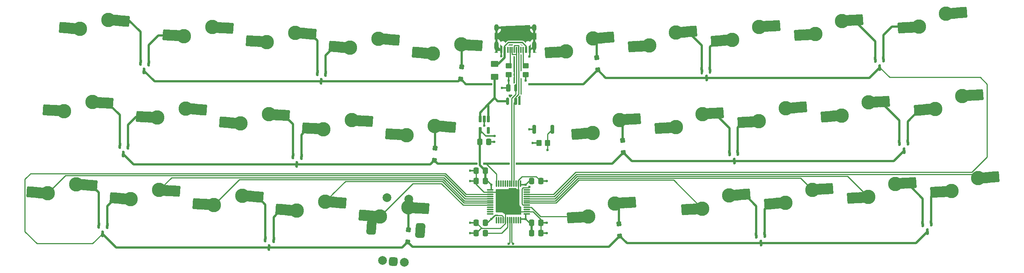
<source format=gbr>
%TF.GenerationSoftware,KiCad,Pcbnew,8.0.3*%
%TF.CreationDate,2024-09-04T22:14:47+02:00*%
%TF.ProjectId,peanut,7065616e-7574-42e6-9b69-6361645f7063,rev?*%
%TF.SameCoordinates,Original*%
%TF.FileFunction,Copper,L2,Bot*%
%TF.FilePolarity,Positive*%
%FSLAX46Y46*%
G04 Gerber Fmt 4.6, Leading zero omitted, Abs format (unit mm)*
G04 Created by KiCad (PCBNEW 8.0.3) date 2024-09-04 22:14:47*
%MOMM*%
%LPD*%
G01*
G04 APERTURE LIST*
G04 Aperture macros list*
%AMRoundRect*
0 Rectangle with rounded corners*
0 $1 Rounding radius*
0 $2 $3 $4 $5 $6 $7 $8 $9 X,Y pos of 4 corners*
0 Add a 4 corners polygon primitive as box body*
4,1,4,$2,$3,$4,$5,$6,$7,$8,$9,$2,$3,0*
0 Add four circle primitives for the rounded corners*
1,1,$1+$1,$2,$3*
1,1,$1+$1,$4,$5*
1,1,$1+$1,$6,$7*
1,1,$1+$1,$8,$9*
0 Add four rect primitives between the rounded corners*
20,1,$1+$1,$2,$3,$4,$5,0*
20,1,$1+$1,$4,$5,$6,$7,0*
20,1,$1+$1,$6,$7,$8,$9,0*
20,1,$1+$1,$8,$9,$2,$3,0*%
%AMRotRect*
0 Rectangle, with rotation*
0 The origin of the aperture is its center*
0 $1 length*
0 $2 width*
0 $3 Rotation angle, in degrees counterclockwise*
0 Add horizontal line*
21,1,$1,$2,0,0,$3*%
G04 Aperture macros list end*
%TA.AperFunction,ComponentPad*%
%ADD10C,2.000000*%
%TD*%
%TA.AperFunction,ComponentPad*%
%ADD11RoundRect,0.500000X0.463904X-0.533660X0.533660X0.463904X-0.463904X0.533660X-0.533660X-0.463904X0*%
%TD*%
%TA.AperFunction,ComponentPad*%
%ADD12RoundRect,0.550000X0.468440X-1.185565X0.628880X1.108833X-0.468440X1.185565X-0.628880X-1.108833X0*%
%TD*%
%TA.AperFunction,ComponentPad*%
%ADD13C,3.300000*%
%TD*%
%TA.AperFunction,SMDPad,CuDef*%
%ADD14RotRect,1.650000X2.500000X4.000000*%
%TD*%
%TA.AperFunction,SMDPad,CuDef*%
%ADD15RoundRect,0.250000X0.952747X1.069064X-1.092260X0.926064X-0.952747X-1.069064X1.092260X-0.926064X0*%
%TD*%
%TA.AperFunction,SMDPad,CuDef*%
%ADD16RotRect,1.650000X2.500000X184.000000*%
%TD*%
%TA.AperFunction,SMDPad,CuDef*%
%ADD17RotRect,1.650000X2.500000X356.000000*%
%TD*%
%TA.AperFunction,SMDPad,CuDef*%
%ADD18RoundRect,0.250000X1.092260X0.926064X-0.952747X1.069064X-1.092260X-0.926064X0.952747X-1.069064X0*%
%TD*%
%TA.AperFunction,SMDPad,CuDef*%
%ADD19RotRect,1.650000X2.500000X176.000000*%
%TD*%
%TA.AperFunction,SMDPad,CuDef*%
%ADD20RoundRect,0.250000X0.320196X-0.278342X0.278342X0.320196X-0.320196X0.278342X-0.278342X-0.320196X0*%
%TD*%
%TA.AperFunction,SMDPad,CuDef*%
%ADD21RoundRect,0.150000X-0.108653X0.596532X-0.190617X-0.575605X0.108653X-0.596532X0.190617X0.575605X0*%
%TD*%
%TA.AperFunction,SMDPad,CuDef*%
%ADD22RoundRect,0.250000X0.337500X0.475000X-0.337500X0.475000X-0.337500X-0.475000X0.337500X-0.475000X0*%
%TD*%
%TA.AperFunction,SMDPad,CuDef*%
%ADD23RoundRect,0.150000X-0.190617X0.575605X-0.108653X-0.596532X0.190617X-0.575605X0.108653X0.596532X0*%
%TD*%
%TA.AperFunction,SMDPad,CuDef*%
%ADD24RoundRect,0.250000X0.278342X-0.320196X0.320196X0.278342X-0.278342X0.320196X-0.320196X-0.278342X0*%
%TD*%
%TA.AperFunction,SMDPad,CuDef*%
%ADD25R,0.600000X1.450000*%
%TD*%
%TA.AperFunction,SMDPad,CuDef*%
%ADD26R,0.300000X1.450000*%
%TD*%
%TA.AperFunction,ComponentPad*%
%ADD27O,1.000000X1.600000*%
%TD*%
%TA.AperFunction,ComponentPad*%
%ADD28O,1.000000X2.100000*%
%TD*%
%TA.AperFunction,SMDPad,CuDef*%
%ADD29RoundRect,0.250000X-0.250000X0.600000X-0.250000X-0.600000X0.250000X-0.600000X0.250000X0.600000X0*%
%TD*%
%TA.AperFunction,SMDPad,CuDef*%
%ADD30RoundRect,0.150000X-0.150000X0.700000X-0.150000X-0.700000X0.150000X-0.700000X0.150000X0.700000X0*%
%TD*%
%TA.AperFunction,SMDPad,CuDef*%
%ADD31RoundRect,0.200000X-0.200000X-0.800000X0.200000X-0.800000X0.200000X0.800000X-0.200000X0.800000X0*%
%TD*%
%TA.AperFunction,SMDPad,CuDef*%
%ADD32RoundRect,0.075000X0.075000X-0.662500X0.075000X0.662500X-0.075000X0.662500X-0.075000X-0.662500X0*%
%TD*%
%TA.AperFunction,SMDPad,CuDef*%
%ADD33RoundRect,0.075000X0.662500X-0.075000X0.662500X0.075000X-0.662500X0.075000X-0.662500X-0.075000X0*%
%TD*%
%TA.AperFunction,SMDPad,CuDef*%
%ADD34RoundRect,0.250000X-0.337500X-0.475000X0.337500X-0.475000X0.337500X0.475000X-0.337500X0.475000X0*%
%TD*%
%TA.AperFunction,SMDPad,CuDef*%
%ADD35RoundRect,0.250000X-0.450000X0.350000X-0.450000X-0.350000X0.450000X-0.350000X0.450000X0.350000X0*%
%TD*%
%TA.AperFunction,SMDPad,CuDef*%
%ADD36RoundRect,0.250000X-0.350000X-0.450000X0.350000X-0.450000X0.350000X0.450000X-0.350000X0.450000X0*%
%TD*%
%TA.AperFunction,SMDPad,CuDef*%
%ADD37RoundRect,0.162500X-0.162500X0.617500X-0.162500X-0.617500X0.162500X-0.617500X0.162500X0.617500X0*%
%TD*%
%TA.AperFunction,SMDPad,CuDef*%
%ADD38RoundRect,0.250001X-0.624999X0.462499X-0.624999X-0.462499X0.624999X-0.462499X0.624999X0.462499X0*%
%TD*%
%TA.AperFunction,ViaPad*%
%ADD39C,0.600000*%
%TD*%
%TA.AperFunction,Conductor*%
%ADD40C,0.500000*%
%TD*%
%TA.AperFunction,Conductor*%
%ADD41C,0.250000*%
%TD*%
%TA.AperFunction,Conductor*%
%ADD42C,0.350000*%
%TD*%
G04 APERTURE END LIST*
D10*
%TO.P,SW1,A,A*%
%TO.N,ROT_a*%
X125141422Y-98389663D03*
%TO.P,SW1,B,B*%
%TO.N,ROT_b*%
X130129243Y-98738444D03*
D11*
%TO.P,SW1,C,C*%
%TO.N,GND*%
X127635333Y-98564053D03*
D12*
%TO.P,SW1,MP*%
%TO.N,N/C*%
X122572147Y-90691686D03*
X133744865Y-91472960D03*
D10*
%TO.P,SW1,S1,S1*%
%TO.N,s1*%
X131140712Y-84273765D03*
%TO.P,SW1,S2,S2*%
%TO.N,COL4*%
X126152892Y-83924984D03*
%TD*%
D13*
%TO.P,MX19,1,1*%
%TO.N,COL8*%
X230261568Y-65127061D03*
D14*
X228441010Y-65254368D03*
D15*
X226720212Y-65374697D03*
%TO.P,MX19,2,2*%
%TO.N,Net-(D13-A1)*%
X239960267Y-61902660D03*
D16*
X238214530Y-62024734D03*
D13*
X236418915Y-62150295D03*
%TD*%
%TO.P,MX14,1,1*%
%TO.N,Net-(D4-A2)*%
X111611133Y-68282496D03*
D17*
X109790579Y-68155192D03*
D18*
X108069781Y-68034861D03*
%TO.P,MX14,2,2*%
%TO.N,COL3*%
X121664199Y-66439275D03*
D19*
X119918462Y-66317199D03*
D13*
X118122847Y-66191638D03*
%TD*%
D20*
%TO.P,D6,1,K*%
%TO.N,ROW0*%
X174392944Y-54702972D03*
%TO.P,D6,2,A*%
%TO.N,Net-(D6-A)*%
X174197628Y-51909792D03*
%TD*%
D13*
%TO.P,MX29,1,1*%
%TO.N,COL8*%
X236341432Y-83798443D03*
D14*
X234520874Y-83925750D03*
D15*
X232800076Y-84046079D03*
%TO.P,MX29,2,2*%
%TO.N,Net-(D12-A1)*%
X246040131Y-80574042D03*
D16*
X244294394Y-80696116D03*
D13*
X242498779Y-80821677D03*
%TD*%
D21*
%TO.P,D4,1,A1*%
%TO.N,Net-(D4-A1)*%
X104686461Y-74404765D03*
%TO.P,D4,2,A2*%
%TO.N,Net-(D4-A2)*%
X106581833Y-74537302D03*
%TO.P,D4,3,K*%
%TO.N,ROW1*%
X105503353Y-76341466D03*
%TD*%
D22*
%TO.P,C5,1*%
%TO.N,+3.3V*%
X148675000Y-89693750D03*
%TO.P,C5,2*%
%TO.N,GND*%
X146600000Y-89693750D03*
%TD*%
D13*
%TO.P,MX11,1,1*%
%TO.N,COL0*%
X52224898Y-64129807D03*
D17*
X50404344Y-64002502D03*
D18*
X48683546Y-63882172D03*
%TO.P,MX11,2,2*%
%TO.N,Net-(D3-A1)*%
X62277964Y-62286584D03*
D19*
X60532227Y-62164510D03*
D13*
X58736612Y-62038948D03*
%TD*%
D22*
%TO.P,C1,1*%
%TO.N,+3.3V*%
X148675000Y-80168750D03*
%TO.P,C1,2*%
%TO.N,GND*%
X146600000Y-80168750D03*
%TD*%
D13*
%TO.P,MX5,1,1*%
%TO.N,COL4*%
X136694487Y-50939977D03*
D17*
X134873933Y-50812673D03*
D18*
X133153135Y-50692342D03*
%TO.P,MX5,2,2*%
%TO.N,Net-(D5-A)*%
X146747553Y-49096756D03*
D19*
X145001816Y-48974680D03*
D13*
X143206201Y-48849119D03*
%TD*%
%TO.P,MX1,1,1*%
%TO.N,COL0*%
X55929208Y-45292319D03*
D17*
X54108654Y-45165014D03*
D18*
X52387856Y-45044684D03*
%TO.P,MX1,2,2*%
%TO.N,Net-(D1-A1)*%
X65982274Y-43449096D03*
D19*
X64236537Y-43327022D03*
D13*
X62440922Y-43201460D03*
%TD*%
D20*
%TO.P,D16,1,K*%
%TO.N,ROW1*%
X180278908Y-73627840D03*
%TO.P,D16,2,A*%
%TO.N,Net-(D16-A)*%
X180083592Y-70834660D03*
%TD*%
D23*
%TO.P,D13,1,A1*%
%TO.N,Net-(D13-A1)*%
X243461917Y-71362302D03*
%TO.P,D13,2,A2*%
%TO.N,Net-(D13-A2)*%
X245357289Y-71229765D03*
%TO.P,D13,3,K*%
%TO.N,ROW1*%
X244540397Y-73166466D03*
%TD*%
%TO.P,D9,1,A1*%
%TO.N,Net-(D9-A1)*%
X198218167Y-54693552D03*
%TO.P,D9,2,A2*%
%TO.N,Net-(D9-A2)*%
X200113539Y-54561015D03*
%TO.P,D9,3,K*%
%TO.N,ROW0*%
X199296647Y-56497716D03*
%TD*%
D21*
%TO.P,D2,1,A1*%
%TO.N,Net-(D2-A1)*%
X110242711Y-55354765D03*
%TO.P,D2,2,A2*%
%TO.N,Net-(D2-A2)*%
X112138083Y-55487302D03*
%TO.P,D2,3,K*%
%TO.N,ROW0*%
X111059603Y-57291466D03*
%TD*%
D24*
%TO.P,D5,1,K*%
%TO.N,ROW0*%
X143053585Y-56774303D03*
%TO.P,D5,2,A*%
%TO.N,Net-(D5-A)*%
X143248903Y-53981123D03*
%TD*%
D13*
%TO.P,MX23,1,1*%
%TO.N,COL2*%
X86527778Y-85625015D03*
D17*
X84707224Y-85497711D03*
D18*
X82986426Y-85377380D03*
%TO.P,MX23,2,2*%
%TO.N,Net-(D8-A1)*%
X96580844Y-83781794D03*
D19*
X94835107Y-83659718D03*
D13*
X93039492Y-83534157D03*
%TD*%
D21*
%TO.P,D7,1,A1*%
%TO.N,Net-(D7-A1)*%
X60236461Y-90279765D03*
%TO.P,D7,2,A2*%
%TO.N,Net-(D7-A2)*%
X62131833Y-90412302D03*
%TO.P,D7,3,K*%
%TO.N,ROW3*%
X61053353Y-92216466D03*
%TD*%
D13*
%TO.P,MX17,1,1*%
%TO.N,COL6*%
X192254450Y-67784801D03*
D14*
X190433892Y-67912108D03*
D15*
X188713094Y-68032437D03*
%TO.P,MX17,2,2*%
%TO.N,Net-(D10-A1)*%
X201953149Y-64560400D03*
D16*
X200207412Y-64682474D03*
D13*
X198411797Y-64808035D03*
%TD*%
D25*
%TO.P,J1,A1,GND*%
%TO.N,GND*%
X152325000Y-50082500D03*
%TO.P,J1,A4,VBUS*%
%TO.N,VBUS*%
X153125000Y-50082500D03*
D26*
%TO.P,J1,A5,CC1*%
%TO.N,Net-(J1-CC1)*%
X154325000Y-50082500D03*
%TO.P,J1,A6,D+*%
%TO.N,D+*%
X155325000Y-50082500D03*
%TO.P,J1,A7,D-*%
%TO.N,D-*%
X155825000Y-50082500D03*
%TO.P,J1,A8,SBU1*%
%TO.N,unconnected-(J1-SBU1-PadA8)*%
X156825000Y-50082500D03*
D25*
%TO.P,J1,A9,VBUS*%
%TO.N,VBUS*%
X158025000Y-50082500D03*
%TO.P,J1,A12,GND*%
%TO.N,GND*%
X158825000Y-50082500D03*
%TO.P,J1,B1,GND*%
X158825000Y-50082500D03*
%TO.P,J1,B4,VBUS*%
%TO.N,VBUS*%
X158025000Y-50082500D03*
D26*
%TO.P,J1,B5,CC2*%
%TO.N,Net-(J1-CC2)*%
X157325000Y-50082500D03*
%TO.P,J1,B6,D+*%
%TO.N,D+*%
X156325000Y-50082500D03*
%TO.P,J1,B7,D-*%
%TO.N,D-*%
X154825000Y-50082500D03*
%TO.P,J1,B8,SBU2*%
%TO.N,unconnected-(J1-SBU2-PadB8)*%
X153825000Y-50082500D03*
D25*
%TO.P,J1,B9,VBUS*%
%TO.N,VBUS*%
X153125000Y-50082500D03*
%TO.P,J1,B12,GND*%
%TO.N,GND*%
X152325000Y-50082500D03*
D27*
%TO.P,J1,S1,SHIELD*%
X151255000Y-44987500D03*
D28*
X151255000Y-49167500D03*
D27*
X159895000Y-44987500D03*
D28*
X159895000Y-49167500D03*
%TD*%
D22*
%TO.P,C6,1*%
%TO.N,+3.3V*%
X148675000Y-77787500D03*
%TO.P,C6,2*%
%TO.N,GND*%
X146600000Y-77787500D03*
%TD*%
D21*
%TO.P,D8,1,A1*%
%TO.N,Net-(D8-A1)*%
X98336461Y-93454765D03*
%TO.P,D8,2,A2*%
%TO.N,Net-(D8-A2)*%
X100231833Y-93587302D03*
%TO.P,D8,3,K*%
%TO.N,ROW3*%
X99153353Y-95391466D03*
%TD*%
D24*
%TO.P,D15,1,K*%
%TO.N,ROW1*%
X136973826Y-75445682D03*
%TO.P,D15,2,A*%
%TO.N,Net-(D15-A)*%
X137169144Y-72652502D03*
%TD*%
D29*
%TO.P,U3,1,GND*%
%TO.N,GND*%
X153931200Y-58825000D03*
D30*
%TO.P,U3,2,I/O1*%
%TO.N,D-*%
X155631200Y-58825000D03*
%TO.P,U3,3,I/O2*%
%TO.N,D+*%
X155631200Y-61825000D03*
%TO.P,U3,4,VCC*%
%TO.N,+5V*%
X153731200Y-61825000D03*
%TD*%
D13*
%TO.P,MX27,1,1*%
%TO.N,COL6*%
X198334184Y-86456183D03*
D14*
X196513626Y-86583490D03*
D15*
X194792828Y-86703819D03*
%TO.P,MX27,2,2*%
%TO.N,Net-(D11-A1)*%
X208032883Y-83231782D03*
D16*
X206287146Y-83353856D03*
D13*
X204491531Y-83479417D03*
%TD*%
D31*
%TO.P,SW2,1,1*%
%TO.N,+3.3V*%
X159825000Y-68262500D03*
%TO.P,SW2,2,2*%
%TO.N,BOOT0*%
X164025000Y-68262500D03*
%TD*%
D13*
%TO.P,MX20,1,1*%
%TO.N,Net-(D13-A2)*%
X251640711Y-63632167D03*
D14*
X249820153Y-63759473D03*
D15*
X248099355Y-63879803D03*
%TO.P,MX20,2,2*%
%TO.N,COL9*%
X261339410Y-60407766D03*
D16*
X259593673Y-60529840D03*
D13*
X257798058Y-60655401D03*
%TD*%
D21*
%TO.P,D3,1,A1*%
%TO.N,Net-(D3-A1)*%
X64998961Y-72023515D03*
%TO.P,D3,2,A2*%
%TO.N,Net-(D3-A2)*%
X66894333Y-72156052D03*
%TO.P,D3,3,K*%
%TO.N,ROW1*%
X65815853Y-73960216D03*
%TD*%
D32*
%TO.P,U1,1,VBAT*%
%TO.N,+3.3V*%
X156737500Y-89093750D03*
%TO.P,U1,2,PC13*%
%TO.N,unconnected-(U1-PC13-Pad2)*%
X156237500Y-89093750D03*
%TO.P,U1,3,PC14*%
%TO.N,unconnected-(U1-PC14-Pad3)*%
X155737500Y-89093750D03*
%TO.P,U1,4,PC15*%
%TO.N,unconnected-(U1-PC15-Pad4)*%
X155237500Y-89093750D03*
%TO.P,U1,5,PF0*%
%TO.N,ROT_a*%
X154737500Y-89093750D03*
%TO.P,U1,6,PF1*%
%TO.N,ROT_b*%
X154237500Y-89093750D03*
%TO.P,U1,7,NRST*%
%TO.N,NRST*%
X153737500Y-89093750D03*
%TO.P,U1,8,VSSA*%
%TO.N,GND*%
X153237500Y-89093750D03*
%TO.P,U1,9,VDDA*%
%TO.N,+3.3V*%
X152737500Y-89093750D03*
%TO.P,U1,10,PA0*%
%TO.N,unconnected-(U1-PA0-Pad10)*%
X152237500Y-89093750D03*
%TO.P,U1,11,PA1*%
%TO.N,unconnected-(U1-PA1-Pad11)*%
X151737500Y-89093750D03*
%TO.P,U1,12,PA2*%
%TO.N,unconnected-(U1-PA2-Pad12)*%
X151237500Y-89093750D03*
D33*
%TO.P,U1,13,PA3*%
%TO.N,unconnected-(U1-PA3-Pad13)*%
X149825000Y-87681250D03*
%TO.P,U1,14,PA4*%
%TO.N,unconnected-(U1-PA4-Pad14)*%
X149825000Y-87181250D03*
%TO.P,U1,15,PA5*%
%TO.N,unconnected-(U1-PA5-Pad15)*%
X149825000Y-86681250D03*
%TO.P,U1,16,PA6*%
%TO.N,unconnected-(U1-PA6-Pad16)*%
X149825000Y-86181250D03*
%TO.P,U1,17,PA7*%
%TO.N,COL4*%
X149825000Y-85681250D03*
%TO.P,U1,18,PB0*%
%TO.N,COL3*%
X149825000Y-85181250D03*
%TO.P,U1,19,PB1*%
%TO.N,COL2*%
X149825000Y-84681250D03*
%TO.P,U1,20,PB2*%
%TO.N,COL1*%
X149825000Y-84181250D03*
%TO.P,U1,21,PB10*%
%TO.N,COL0*%
X149825000Y-83681250D03*
%TO.P,U1,22,PB11*%
%TO.N,ROW3*%
X149825000Y-83181250D03*
%TO.P,U1,23,VSS*%
%TO.N,GND*%
X149825000Y-82681250D03*
%TO.P,U1,24,VDD*%
%TO.N,+3.3V*%
X149825000Y-82181250D03*
D32*
%TO.P,U1,25,PB12*%
%TO.N,ROW1*%
X151237500Y-80768750D03*
%TO.P,U1,26,PB13*%
%TO.N,unconnected-(U1-PB13-Pad26)*%
X151737500Y-80768750D03*
%TO.P,U1,27,PB14*%
%TO.N,unconnected-(U1-PB14-Pad27)*%
X152237500Y-80768750D03*
%TO.P,U1,28,PB15*%
%TO.N,unconnected-(U1-PB15-Pad28)*%
X152737500Y-80768750D03*
%TO.P,U1,29,PA8*%
%TO.N,unconnected-(U1-PA8-Pad29)*%
X153237500Y-80768750D03*
%TO.P,U1,30,PA9*%
%TO.N,unconnected-(U1-PA9-Pad30)*%
X153737500Y-80768750D03*
%TO.P,U1,31,PA10*%
%TO.N,unconnected-(U1-PA10-Pad31)*%
X154237500Y-80768750D03*
%TO.P,U1,32,PA11*%
%TO.N,D-*%
X154737500Y-80768750D03*
%TO.P,U1,33,PA12*%
%TO.N,D+*%
X155237500Y-80768750D03*
%TO.P,U1,34,PA13*%
%TO.N,unconnected-(U1-PA13-Pad34)*%
X155737500Y-80768750D03*
%TO.P,U1,35,VSS*%
%TO.N,GND*%
X156237500Y-80768750D03*
%TO.P,U1,36,VDDIO2*%
%TO.N,+3.3V*%
X156737500Y-80768750D03*
D33*
%TO.P,U1,37,PA14*%
%TO.N,unconnected-(U1-PA14-Pad37)*%
X158150000Y-82181250D03*
%TO.P,U1,38,PA15*%
%TO.N,unconnected-(U1-PA15-Pad38)*%
X158150000Y-82681250D03*
%TO.P,U1,39,PB3*%
%TO.N,ROW0*%
X158150000Y-83181250D03*
%TO.P,U1,40,PB4*%
%TO.N,COL9*%
X158150000Y-83681250D03*
%TO.P,U1,41,PB5*%
%TO.N,COL8*%
X158150000Y-84181250D03*
%TO.P,U1,42,PB6*%
%TO.N,COL7*%
X158150000Y-84681250D03*
%TO.P,U1,43,PB7*%
%TO.N,COL6*%
X158150000Y-85181250D03*
%TO.P,U1,44,BOOT0*%
%TO.N,BOOT0*%
X158150000Y-85681250D03*
%TO.P,U1,45,PB8*%
%TO.N,COL5*%
X158150000Y-86181250D03*
%TO.P,U1,46,PB9*%
%TO.N,unconnected-(U1-PB9-Pad46)*%
X158150000Y-86681250D03*
%TO.P,U1,47,VSS*%
%TO.N,GND*%
X158150000Y-87181250D03*
%TO.P,U1,48,VDD*%
%TO.N,+3.3V*%
X158150000Y-87681250D03*
%TD*%
D13*
%TO.P,MX15,1,1*%
%TO.N,COL4*%
X130614728Y-69611357D03*
D17*
X128794174Y-69484053D03*
D18*
X127073376Y-69363722D03*
%TO.P,MX15,2,2*%
%TO.N,Net-(D15-A)*%
X140667794Y-67768136D03*
D19*
X138922057Y-67646060D03*
D13*
X137126442Y-67520499D03*
%TD*%
%TO.P,MX12,1,1*%
%TO.N,Net-(D3-A2)*%
X73603942Y-65624774D03*
D17*
X71783388Y-65497470D03*
D18*
X70062590Y-65377139D03*
%TO.P,MX12,2,2*%
%TO.N,COL1*%
X83657008Y-63781553D03*
D19*
X81911271Y-63659477D03*
D13*
X80115656Y-63533916D03*
%TD*%
D24*
%TO.P,D25,1,K*%
%TO.N,ROW3*%
X130894066Y-94117062D03*
%TO.P,D25,2,A*%
%TO.N,s1*%
X131089384Y-91323882D03*
%TD*%
D13*
%TO.P,MX16,1,1*%
%TO.N,COL5*%
X173250749Y-69113672D03*
D14*
X171430191Y-69240979D03*
D15*
X169709393Y-69361308D03*
%TO.P,MX16,2,2*%
%TO.N,Net-(D16-A)*%
X182949448Y-65889271D03*
D16*
X181203711Y-66011345D03*
D13*
X179408096Y-66136906D03*
%TD*%
%TO.P,MX7,1,1*%
%TO.N,COL6*%
X186174608Y-49113422D03*
D14*
X184354050Y-49240729D03*
D15*
X182633252Y-49361058D03*
%TO.P,MX7,2,2*%
%TO.N,Net-(D9-A1)*%
X195873307Y-45889021D03*
D16*
X194127570Y-46011095D03*
D13*
X192331955Y-46136656D03*
%TD*%
%TO.P,MX3,1,1*%
%TO.N,COL2*%
X98687297Y-48282255D03*
D17*
X96866743Y-48154951D03*
D18*
X95145945Y-48034620D03*
%TO.P,MX3,2,2*%
%TO.N,Net-(D2-A1)*%
X108740363Y-46439034D03*
D19*
X106994626Y-46316958D03*
D13*
X105199011Y-46191397D03*
%TD*%
%TO.P,MX8,1,1*%
%TO.N,Net-(D9-A2)*%
X205178285Y-47784552D03*
D14*
X203357727Y-47911859D03*
D15*
X201636929Y-48032188D03*
%TO.P,MX8,2,2*%
%TO.N,COL7*%
X214876984Y-44560151D03*
D16*
X213131247Y-44682225D03*
D13*
X211335632Y-44807786D03*
%TD*%
%TO.P,MX26,1,1*%
%TO.N,COL5*%
X172204210Y-88283396D03*
D14*
X170383652Y-88410702D03*
D15*
X168662854Y-88531032D03*
%TO.P,MX26,2,2*%
%TO.N,Net-(D26-A)*%
X181902909Y-85058995D03*
D16*
X180157172Y-85181069D03*
D13*
X178361557Y-85306630D03*
%TD*%
%TO.P,MX21,1,1*%
%TO.N,COL0*%
X48520588Y-82967293D03*
D17*
X46700034Y-82839989D03*
D18*
X44979236Y-82719658D03*
%TO.P,MX21,2,2*%
%TO.N,Net-(D7-A1)*%
X58573654Y-81124072D03*
D19*
X56827917Y-81001996D03*
D13*
X55032302Y-80876435D03*
%TD*%
D34*
%TO.P,C2,1*%
%TO.N,+3.3V*%
X159300000Y-80168750D03*
%TO.P,C2,2*%
%TO.N,GND*%
X161375000Y-80168750D03*
%TD*%
D13*
%TO.P,MX28,1,1*%
%TO.N,Net-(D11-A2)*%
X217337747Y-85127314D03*
D14*
X215517189Y-85254621D03*
D15*
X213796391Y-85374950D03*
%TO.P,MX28,2,2*%
%TO.N,COL7*%
X227036446Y-81902913D03*
D16*
X225290709Y-82024987D03*
D13*
X223495094Y-82150548D03*
%TD*%
D35*
%TO.P,R3,1*%
%TO.N,Net-(J1-CC2)*%
X157956250Y-53768750D03*
%TO.P,R3,2*%
%TO.N,GND*%
X157956250Y-55768750D03*
%TD*%
D13*
%TO.P,MX18,1,1*%
%TO.N,Net-(D10-A2)*%
X211258013Y-66455934D03*
D14*
X209437455Y-66583241D03*
D15*
X207716657Y-66703570D03*
%TO.P,MX18,2,2*%
%TO.N,COL7*%
X220956712Y-63231533D03*
D16*
X219210975Y-63353607D03*
D13*
X217415360Y-63479168D03*
%TD*%
D34*
%TO.P,C8,1*%
%TO.N,+3.3V*%
X147393750Y-71200000D03*
%TO.P,C8,2*%
%TO.N,GND*%
X149468750Y-71200000D03*
%TD*%
D13*
%TO.P,MX30,1,1*%
%TO.N,Net-(D12-A2)*%
X255345003Y-82469576D03*
D14*
X253524445Y-82596883D03*
D15*
X251803647Y-82717212D03*
%TO.P,MX30,2,2*%
%TO.N,COL9*%
X265043702Y-79245175D03*
D16*
X263297965Y-79367249D03*
D13*
X261502350Y-79492810D03*
%TD*%
%TO.P,MX4,1,1*%
%TO.N,Net-(D2-A2)*%
X117690892Y-49611116D03*
D17*
X115870338Y-49483812D03*
D18*
X114149540Y-49363481D03*
%TO.P,MX4,2,2*%
%TO.N,COL3*%
X127743958Y-47767895D03*
D19*
X125998221Y-47645819D03*
D13*
X124202606Y-47520258D03*
%TD*%
D36*
%TO.P,R1,1*%
%TO.N,GND*%
X160925000Y-71437500D03*
%TO.P,R1,2*%
%TO.N,BOOT0*%
X162925000Y-71437500D03*
%TD*%
D13*
%TO.P,MX6,1,1*%
%TO.N,COL5*%
X167171030Y-50442292D03*
D14*
X165350472Y-50569599D03*
D15*
X163629674Y-50689928D03*
%TO.P,MX6,2,2*%
%TO.N,Net-(D6-A)*%
X176869729Y-47217891D03*
D16*
X175123992Y-47339965D03*
D13*
X173328377Y-47465526D03*
%TD*%
D34*
%TO.P,C3,1*%
%TO.N,+3.3V*%
X159300000Y-89693750D03*
%TO.P,C3,2*%
%TO.N,GND*%
X161375000Y-89693750D03*
%TD*%
D22*
%TO.P,C7,1*%
%TO.N,NRST*%
X148675000Y-92075000D03*
%TO.P,C7,2*%
%TO.N,GND*%
X146600000Y-92075000D03*
%TD*%
D13*
%TO.P,MX25,1,1*%
%TO.N,COL4*%
X124534968Y-88282737D03*
D17*
X122714414Y-88155433D03*
D18*
X120993616Y-88035102D03*
%TO.P,MX25,2,2*%
%TO.N,s1*%
X134588034Y-86439516D03*
D19*
X132842297Y-86317440D03*
D13*
X131046682Y-86191879D03*
%TD*%
D37*
%TO.P,U2,1,VIN*%
%TO.N,+5V*%
X147481250Y-65881250D03*
%TO.P,U2,2,GND*%
%TO.N,GND*%
X148431250Y-65881250D03*
%TO.P,U2,3,EN*%
%TO.N,+5V*%
X149381250Y-65881250D03*
%TO.P,U2,4,NC*%
%TO.N,unconnected-(U2-NC-Pad4)*%
X149381250Y-68581250D03*
%TO.P,U2,5,VOUT*%
%TO.N,+3.3V*%
X147481250Y-68581250D03*
%TD*%
D38*
%TO.P,F1,1*%
%TO.N,VBUS*%
X150812500Y-53281250D03*
%TO.P,F1,2*%
%TO.N,+5V*%
X150812500Y-56256250D03*
%TD*%
D13*
%TO.P,MX2,1,1*%
%TO.N,Net-(D1-A2)*%
X79683702Y-46953394D03*
D17*
X77863148Y-46826090D03*
D18*
X76142350Y-46705759D03*
%TO.P,MX2,2,2*%
%TO.N,COL1*%
X89736768Y-45110173D03*
D19*
X87991031Y-44988097D03*
D13*
X86195416Y-44862536D03*
%TD*%
%TO.P,MX10,1,1*%
%TO.N,Net-(D14-A2)*%
X247936418Y-44794627D03*
D14*
X246115860Y-44921933D03*
D15*
X244395062Y-45042263D03*
%TO.P,MX10,2,2*%
%TO.N,COL9*%
X257635117Y-41570226D03*
D16*
X255889380Y-41692300D03*
D13*
X254093765Y-41817861D03*
%TD*%
D35*
%TO.P,R2,1*%
%TO.N,Net-(J1-CC1)*%
X153987500Y-53768750D03*
%TO.P,R2,2*%
%TO.N,GND*%
X153987500Y-55768750D03*
%TD*%
D13*
%TO.P,MX22,1,1*%
%TO.N,Net-(D7-A2)*%
X67524183Y-84296154D03*
D17*
X65703629Y-84168850D03*
D18*
X63982831Y-84048519D03*
%TO.P,MX22,2,2*%
%TO.N,COL1*%
X77577249Y-82452933D03*
D19*
X75831512Y-82330857D03*
D13*
X74035897Y-82205296D03*
%TD*%
%TO.P,MX24,1,1*%
%TO.N,Net-(D8-A2)*%
X105531373Y-86953876D03*
D17*
X103710819Y-86826572D03*
D18*
X101990021Y-86706241D03*
%TO.P,MX24,2,2*%
%TO.N,COL3*%
X115584439Y-85110655D03*
D19*
X113838702Y-84988579D03*
D13*
X112043087Y-84863018D03*
%TD*%
D23*
%TO.P,D14,1,A1*%
%TO.N,Net-(D14-A1)*%
X237905667Y-52312302D03*
%TO.P,D14,2,A2*%
%TO.N,Net-(D14-A2)*%
X239801039Y-52179765D03*
%TO.P,D14,3,K*%
%TO.N,ROW0*%
X238984147Y-54116466D03*
%TD*%
%TO.P,D10,1,A1*%
%TO.N,Net-(D10-A1)*%
X204568167Y-73743552D03*
%TO.P,D10,2,A2*%
%TO.N,Net-(D10-A2)*%
X206463539Y-73611015D03*
%TO.P,D10,3,K*%
%TO.N,ROW1*%
X205646647Y-75547716D03*
%TD*%
D34*
%TO.P,C4,1*%
%TO.N,+3.3V*%
X159300000Y-92075000D03*
%TO.P,C4,2*%
%TO.N,GND*%
X161375000Y-92075000D03*
%TD*%
D21*
%TO.P,D1,1,A1*%
%TO.N,Net-(D1-A1)*%
X69761461Y-52973515D03*
%TO.P,D1,2,A2*%
%TO.N,Net-(D1-A2)*%
X71656833Y-53106052D03*
%TO.P,D1,3,K*%
%TO.N,ROW0*%
X70578353Y-54910216D03*
%TD*%
D23*
%TO.P,D11,1,A1*%
%TO.N,Net-(D11-A1)*%
X210674425Y-92584846D03*
%TO.P,D11,2,A2*%
%TO.N,Net-(D11-A2)*%
X212569797Y-92452309D03*
%TO.P,D11,3,K*%
%TO.N,ROW3*%
X211752905Y-94389010D03*
%TD*%
%TO.P,D12,1,A1*%
%TO.N,Net-(D12-A1)*%
X248794207Y-89929346D03*
%TO.P,D12,2,A2*%
%TO.N,Net-(D12-A2)*%
X250689579Y-89796809D03*
%TO.P,D12,3,K*%
%TO.N,ROW3*%
X249872687Y-91733510D03*
%TD*%
D20*
%TO.P,D26,1,K*%
%TO.N,ROW3*%
X179454767Y-92741777D03*
%TO.P,D26,2,A*%
%TO.N,Net-(D26-A)*%
X179259449Y-89948597D03*
%TD*%
D13*
%TO.P,MX9,1,1*%
%TO.N,COL8*%
X224181856Y-46455683D03*
D14*
X222361298Y-46582990D03*
D15*
X220640500Y-46703319D03*
%TO.P,MX9,2,2*%
%TO.N,Net-(D14-A1)*%
X233880555Y-43231282D03*
D16*
X232134818Y-43353356D03*
D13*
X230339203Y-43478917D03*
%TD*%
%TO.P,MX13,1,1*%
%TO.N,COL2*%
X92607537Y-66953635D03*
D17*
X90786983Y-66826331D03*
D18*
X89066185Y-66706000D03*
%TO.P,MX13,2,2*%
%TO.N,Net-(D4-A1)*%
X102660603Y-65110414D03*
D19*
X100914866Y-64988338D03*
D13*
X99119251Y-64862777D03*
%TD*%
D39*
%TO.N,ROW0*%
X158750000Y-57943750D03*
X150018750Y-57943750D03*
%TO.N,ROW1*%
X148431250Y-76200000D03*
X155862500Y-76200000D03*
X146643750Y-76205755D03*
X153987500Y-76205755D03*
%TO.N,ROT_a*%
X155018169Y-94500000D03*
%TO.N,ROT_b*%
X153987500Y-94500000D03*
%TO.N,GND*%
X150760469Y-71203708D03*
X145256250Y-77787500D03*
X152357169Y-51550919D03*
X145256250Y-89693750D03*
X145256250Y-92075000D03*
X153987500Y-84931250D03*
X162718750Y-80168750D03*
X157956250Y-57150000D03*
X162718750Y-92075000D03*
X162718750Y-89693750D03*
X153987500Y-57150000D03*
X159543750Y-71437500D03*
X145256250Y-80168750D03*
X152469068Y-58823836D03*
X158750000Y-51593750D03*
X148431250Y-67468750D03*
%TO.N,+3.3V*%
X157956250Y-80962500D03*
X150812500Y-69850000D03*
X158750000Y-68262500D03*
X150018750Y-88900000D03*
X157956250Y-88900000D03*
X150018750Y-80962500D03*
%TO.N,BOOT0*%
X158750000Y-81531250D03*
X162918650Y-73035805D03*
%TD*%
D40*
%TO.N,Net-(D1-A2)*%
X71656833Y-53106052D02*
X71656833Y-51374417D01*
X71656833Y-53106052D02*
X71656833Y-48993167D01*
X76077856Y-46953394D02*
X79683702Y-46953394D01*
X73823910Y-46826090D02*
X77863148Y-46826090D01*
X71656833Y-48993167D02*
X73823910Y-46826090D01*
%TO.N,Net-(D1-A1)*%
X67013960Y-43201460D02*
X62440922Y-43201460D01*
X69761461Y-45948961D02*
X67013960Y-43201460D01*
X69761461Y-52973515D02*
X69761461Y-45948961D01*
D41*
%TO.N,ROW0*%
X158150000Y-83181250D02*
X164304416Y-83181250D01*
D40*
X111059603Y-57291466D02*
X142536422Y-57291466D01*
X143053585Y-56774303D02*
X143429282Y-57150000D01*
X70578353Y-54910216D02*
X72959603Y-57291466D01*
D41*
X263525000Y-57943750D02*
X261937500Y-56356250D01*
D40*
X176187688Y-56497716D02*
X199296647Y-56497716D01*
X171152166Y-57943750D02*
X174392944Y-54702972D01*
D41*
X241223931Y-56356250D02*
X238984147Y-54116466D01*
D40*
X236602897Y-56497716D02*
X238984147Y-54116466D01*
X174392944Y-54702972D02*
X176187688Y-56497716D01*
D41*
X260006250Y-78131250D02*
X263525000Y-74612500D01*
X164304416Y-83181250D02*
X169354416Y-78131250D01*
D40*
X142536422Y-57291466D02*
X143053585Y-56774303D01*
D41*
X261937500Y-56356250D02*
X241223931Y-56356250D01*
X263525000Y-74612500D02*
X263525000Y-57943750D01*
D40*
X199296647Y-56497716D02*
X236602897Y-56497716D01*
X72959603Y-57291466D02*
X111059603Y-57291466D01*
X144223032Y-57943750D02*
X150018750Y-57943750D01*
D41*
X169354416Y-78131250D02*
X260006250Y-78131250D01*
D40*
X158750000Y-57943750D02*
X171152166Y-57943750D01*
X143429282Y-57150000D02*
X144223032Y-57943750D01*
%TO.N,Net-(D2-A1)*%
X108492726Y-46191397D02*
X108740363Y-46439034D01*
X110242711Y-55354765D02*
X110242711Y-47941382D01*
X105199011Y-46191397D02*
X108492726Y-46191397D01*
X110242711Y-47941382D02*
X108740363Y-46439034D01*
%TO.N,Net-(D2-A2)*%
X112138083Y-55487302D02*
X112138083Y-51374938D01*
X112138083Y-51374938D02*
X114149540Y-49363481D01*
X117690892Y-49611116D02*
X114397175Y-49611116D01*
X114397175Y-49611116D02*
X114149540Y-49363481D01*
%TO.N,Net-(D3-A2)*%
X66894333Y-72156052D02*
X66894333Y-67249417D01*
X68766611Y-65377139D02*
X70062590Y-65377139D01*
X73356307Y-65377139D02*
X73603942Y-65624774D01*
X70062590Y-65377139D02*
X73356307Y-65377139D01*
X66894333Y-67249417D02*
X68766611Y-65377139D01*
%TO.N,ROW1*%
X148437005Y-76205755D02*
X148431250Y-76200000D01*
X177706748Y-76200000D02*
X180278908Y-73627840D01*
X137728144Y-76200000D02*
X146637995Y-76200000D01*
X205646647Y-75547716D02*
X185737500Y-75547716D01*
X244540397Y-73166466D02*
X242159147Y-75547716D01*
D41*
X151237500Y-78540622D02*
X151237500Y-80768750D01*
D40*
X153987500Y-76205755D02*
X148437005Y-76205755D01*
D41*
X148896878Y-76200000D02*
X151237500Y-78540622D01*
D40*
X65815853Y-73960216D02*
X68197103Y-76341466D01*
X155862500Y-76200000D02*
X177706748Y-76200000D01*
X136078042Y-76341466D02*
X136973826Y-75445682D01*
X242159147Y-75547716D02*
X205646647Y-75547716D01*
X146637995Y-76200000D02*
X146643750Y-76205755D01*
X180278908Y-73627840D02*
X182198784Y-75547716D01*
X68197103Y-76341466D02*
X105503353Y-76341466D01*
D41*
X148431250Y-76200000D02*
X148896878Y-76200000D01*
D40*
X105503353Y-76341466D02*
X136078042Y-76341466D01*
X182198784Y-75547716D02*
X185737500Y-75547716D01*
X136973826Y-75445682D02*
X137728144Y-76200000D01*
%TO.N,Net-(D3-A1)*%
X62277964Y-62286584D02*
X58984248Y-62286584D01*
X64998961Y-65007581D02*
X62277964Y-62286584D01*
X58984248Y-62286584D02*
X58736612Y-62038948D01*
X64998961Y-72023515D02*
X64998961Y-65007581D01*
%TO.N,Net-(D4-A2)*%
X106581833Y-74537302D02*
X106581833Y-69522809D01*
X108317416Y-68282496D02*
X108069781Y-68034861D01*
X106581833Y-69522809D02*
X108069781Y-68034861D01*
X111611133Y-68282496D02*
X108317416Y-68282496D01*
%TO.N,Net-(D4-A1)*%
X102412966Y-64862777D02*
X102660603Y-65110414D01*
X104686461Y-67136272D02*
X102660603Y-65110414D01*
X104686461Y-74404765D02*
X104686461Y-67136272D01*
X99119251Y-64862777D02*
X102412966Y-64862777D01*
%TO.N,ROW3*%
X61053353Y-92216466D02*
X64228353Y-95391466D01*
D41*
X139570185Y-78451435D02*
X47625000Y-78451435D01*
X43310868Y-79720382D02*
X43656250Y-79375000D01*
X47625000Y-78451435D02*
X44579815Y-78451435D01*
D40*
X247217187Y-94389010D02*
X211752905Y-94389010D01*
X211752905Y-94389010D02*
X183356250Y-94389010D01*
D41*
X44579815Y-78451435D02*
X44450000Y-78581250D01*
X149825000Y-83181250D02*
X144300000Y-83181250D01*
D40*
X130894066Y-94117062D02*
X132027004Y-95250000D01*
X132027004Y-95250000D02*
X176946544Y-95250000D01*
D41*
X43310868Y-90142118D02*
X43310868Y-79720382D01*
D40*
X179454767Y-92741777D02*
X181102000Y-94389010D01*
X249872687Y-91733510D02*
X247217187Y-94389010D01*
D41*
X144300000Y-83181250D02*
X139570185Y-78451435D01*
X46167315Y-78451435D02*
X47625000Y-78451435D01*
X43656250Y-79375000D02*
X44450000Y-78581250D01*
X43310868Y-91729618D02*
X46037500Y-94456250D01*
D40*
X181102000Y-94389010D02*
X183356250Y-94389010D01*
D41*
X43310868Y-90142118D02*
X43310868Y-91729618D01*
D40*
X64228353Y-95391466D02*
X99153353Y-95391466D01*
X176946544Y-95250000D02*
X179454767Y-92741777D01*
X99153353Y-95391466D02*
X129619662Y-95391466D01*
D41*
X58813569Y-94456250D02*
X61053353Y-92216466D01*
D40*
X129619662Y-95391466D02*
X130894066Y-94117062D01*
D41*
X46037500Y-94456250D02*
X58813569Y-94456250D01*
D40*
%TO.N,Net-(D7-A1)*%
X60236461Y-90279765D02*
X60236461Y-82786879D01*
X55032302Y-80876435D02*
X58326017Y-80876435D01*
X60236461Y-82786879D02*
X58573654Y-81124072D01*
X58326017Y-80876435D02*
X58573654Y-81124072D01*
%TO.N,Net-(D7-A2)*%
X62131833Y-85899517D02*
X63982831Y-84048519D01*
X63982831Y-84048519D02*
X67276548Y-84048519D01*
X67276548Y-84048519D02*
X67524183Y-84296154D01*
X62131833Y-90412302D02*
X62131833Y-85899517D01*
%TO.N,Net-(D8-A1)*%
X93039492Y-83534157D02*
X96333207Y-83534157D01*
X98336461Y-93454765D02*
X98336461Y-85537411D01*
X96333207Y-83534157D02*
X96580844Y-83781794D01*
X98336461Y-85537411D02*
X96580844Y-83781794D01*
%TO.N,Net-(D8-A2)*%
X101990021Y-86706241D02*
X105283738Y-86706241D01*
X100231833Y-88464429D02*
X101990021Y-86706241D01*
X100231833Y-93587302D02*
X100231833Y-88464429D01*
X105283738Y-86706241D02*
X105531373Y-86953876D01*
%TO.N,Net-(D9-A1)*%
X191845777Y-46501464D02*
X195139494Y-46501464D01*
X198218167Y-49084867D02*
X195387129Y-46253829D01*
X195139494Y-46501464D02*
X195387129Y-46253829D01*
X198218167Y-55487302D02*
X198218167Y-49084867D01*
%TO.N,Net-(D9-A2)*%
X200113539Y-55354765D02*
X200113539Y-49434137D01*
X201398306Y-48149370D02*
X201150670Y-48397006D01*
X200113539Y-49434137D02*
X201150670Y-48397006D01*
X204692024Y-48149370D02*
X201398306Y-48149370D01*
%TO.N,Net-(D10-A2)*%
X206463539Y-73611015D02*
X206463539Y-67835276D01*
X206463539Y-67835276D02*
X207230429Y-67068386D01*
X207230429Y-67068386D02*
X210524147Y-67068386D01*
X210524147Y-67068386D02*
X210771783Y-66820750D01*
%TO.N,Net-(D10-A1)*%
X197925537Y-65172844D02*
X201219254Y-65172844D01*
X204568167Y-68026487D02*
X201466889Y-64925209D01*
X204568167Y-73743552D02*
X204568167Y-68026487D01*
X201219254Y-65172844D02*
X201466889Y-64925209D01*
%TO.N,Net-(D5-A)*%
X143248903Y-48891821D02*
X143206201Y-48849119D01*
X143248903Y-53981123D02*
X143248903Y-48891821D01*
%TO.N,Net-(D11-A2)*%
X213796391Y-85374950D02*
X217090110Y-85374950D01*
X212569797Y-92452309D02*
X212569797Y-86601544D01*
X212569797Y-86601544D02*
X213796391Y-85374950D01*
X217090110Y-85374950D02*
X217337746Y-85127314D01*
%TO.N,Net-(D6-A)*%
X174197628Y-48334777D02*
X173328377Y-47465526D01*
X174197628Y-51909792D02*
X174197628Y-48334777D01*
%TO.N,Net-(D11-A1)*%
X210674425Y-85873324D02*
X208032883Y-83231782D01*
X210674425Y-92584846D02*
X210674425Y-85873324D01*
X208032883Y-83231782D02*
X204739166Y-83231782D01*
X204739166Y-83231782D02*
X204491531Y-83479417D01*
%TO.N,Net-(D12-A2)*%
X250689579Y-83709844D02*
X251802540Y-82596883D01*
X251802540Y-82596883D02*
X253524445Y-82596883D01*
X250689579Y-89796809D02*
X250689579Y-83709844D01*
X255217695Y-82596883D02*
X255345002Y-82469576D01*
X253524445Y-82596883D02*
X255217695Y-82596883D01*
%TO.N,Net-(D12-A1)*%
X246216861Y-81601889D02*
X245436649Y-80821677D01*
X248794207Y-89929346D02*
X248794207Y-84179236D01*
X248794207Y-84179236D02*
X246216861Y-81601889D01*
X246216861Y-81601889D02*
X245553839Y-80938868D01*
%TO.N,Net-(D13-A2)*%
X251154422Y-63996920D02*
X247860705Y-63996920D01*
X245357289Y-66500336D02*
X247613069Y-64244556D01*
X245357289Y-71229765D02*
X245357289Y-66500336D01*
X247860705Y-63996920D02*
X247613069Y-64244556D01*
%TO.N,Net-(D13-A1)*%
X243461917Y-66255326D02*
X239474079Y-62267488D01*
X239474079Y-62267488D02*
X236180362Y-62267488D01*
X243461917Y-71362302D02*
X243461917Y-66255326D01*
X236180362Y-62267488D02*
X235932727Y-62515123D01*
%TO.N,Net-(D14-A2)*%
X239801039Y-52179765D02*
X239801039Y-49514789D01*
X239801039Y-46742711D02*
X239801039Y-52179765D01*
X247936416Y-44794627D02*
X241749123Y-44794627D01*
X241749123Y-44794627D02*
X239801039Y-46742711D01*
%TO.N,Net-(D14-A1)*%
X233146685Y-43843743D02*
X233394320Y-43596108D01*
X229852968Y-43843743D02*
X233146685Y-43843743D01*
X237905667Y-52312302D02*
X237905667Y-48107455D01*
X237905667Y-48107455D02*
X233394320Y-43596108D01*
D41*
%TO.N,COL0*%
X48520588Y-82967293D02*
X51853316Y-79634566D01*
X139383789Y-78901435D02*
X144163604Y-83681250D01*
X52586447Y-78901435D02*
X139383789Y-78901435D01*
X51853316Y-79634566D02*
X52586447Y-78901435D01*
X144163604Y-83681250D02*
X149825000Y-83681250D01*
%TO.N,COL1*%
X74035897Y-82205296D02*
X76889758Y-79351435D01*
X144027208Y-84181250D02*
X149825000Y-84181250D01*
X76889758Y-79351435D02*
X139197393Y-79351435D01*
X139197393Y-79351435D02*
X144027208Y-84181250D01*
%TO.N,COL2*%
X139010997Y-79801435D02*
X143890812Y-84681250D01*
X92351357Y-79801435D02*
X139010997Y-79801435D01*
X86527778Y-85625015D02*
X89648271Y-82504521D01*
X143890812Y-84681250D02*
X149825000Y-84681250D01*
X89648271Y-82504521D02*
X92351357Y-79801435D01*
%TO.N,COL3*%
X116654669Y-80251435D02*
X138824601Y-80251435D01*
X138824601Y-80251435D02*
X143754416Y-85181250D01*
X143754416Y-85181250D02*
X149825000Y-85181250D01*
X113931177Y-82974927D02*
X116654669Y-80251435D01*
X112043087Y-84863018D02*
X113931177Y-82974927D01*
%TO.N,COL4*%
X129427603Y-83390103D02*
X132116271Y-80701435D01*
X138638205Y-80701435D02*
X143618020Y-85681250D01*
X143618020Y-85681250D02*
X149825000Y-85681250D01*
X132116271Y-80701435D02*
X138638205Y-80701435D01*
X124534968Y-88282737D02*
X129427603Y-83390103D01*
%TO.N,COL5*%
X159223896Y-86181250D02*
X158150000Y-86181250D01*
X172204208Y-88283396D02*
X161326042Y-88283396D01*
X161326042Y-88283396D02*
X159223896Y-86181250D01*
%TO.N,COL6*%
X170100000Y-79931250D02*
X191809250Y-79931250D01*
X191809250Y-79931250D02*
X198334183Y-86456183D01*
X164850000Y-85181250D02*
X170100000Y-79931250D01*
X158150000Y-85181250D02*
X164850000Y-85181250D01*
%TO.N,COL7*%
X169913604Y-79481250D02*
X220825796Y-79481250D01*
X164713604Y-84681250D02*
X169913604Y-79481250D01*
X220825796Y-79481250D02*
X223495094Y-82150548D01*
X158150000Y-84681250D02*
X164713604Y-84681250D01*
%TO.N,COL8*%
X231574238Y-79031250D02*
X236341431Y-83798443D01*
X164577208Y-84181250D02*
X169727208Y-79031250D01*
X158150000Y-84181250D02*
X164577208Y-84181250D01*
X169727208Y-79031250D02*
X231574238Y-79031250D01*
%TO.N,COL9*%
X260590790Y-78581250D02*
X261502350Y-79492810D01*
X158150000Y-83681250D02*
X164440812Y-83681250D01*
X164440812Y-83681250D02*
X169540812Y-78581250D01*
X169540812Y-78581250D02*
X260590790Y-78581250D01*
D40*
%TO.N,Net-(D15-A)*%
X137169144Y-72652502D02*
X137169144Y-67563201D01*
X137169144Y-67563201D02*
X137126442Y-67520499D01*
%TO.N,Net-(D16-A)*%
X180083592Y-66812402D02*
X179408096Y-66136906D01*
X180083592Y-70834660D02*
X180083592Y-66812402D01*
D41*
%TO.N,ROT_a*%
X154737500Y-89093750D02*
X154737500Y-94219331D01*
X154737500Y-94219331D02*
X155018169Y-94500000D01*
%TO.N,ROT_b*%
X154237500Y-94250000D02*
X153987500Y-94500000D01*
X154237500Y-93662500D02*
X154237500Y-94250000D01*
X154237500Y-93662500D02*
X154237500Y-94116116D01*
X154237500Y-89093750D02*
X154237500Y-93662500D01*
X154237500Y-93662500D02*
X154237500Y-94206250D01*
D40*
%TO.N,GND*%
X150756761Y-71200000D02*
X150760469Y-71203708D01*
D42*
X148431250Y-65881250D02*
X148431250Y-67468750D01*
X153987500Y-57150000D02*
X153987500Y-58768700D01*
D41*
X161375000Y-88968750D02*
X161375000Y-89693750D01*
X148431250Y-91025000D02*
X147931250Y-91025000D01*
X147931250Y-91025000D02*
X146600000Y-89693750D01*
X153237500Y-89899014D02*
X152111514Y-91025000D01*
D42*
X153987500Y-55768750D02*
X153987500Y-57150000D01*
D41*
X149825000Y-82681250D02*
X148387500Y-82681250D01*
X147650000Y-91025000D02*
X146600000Y-92075000D01*
X158150000Y-87181250D02*
X159587500Y-87181250D01*
D42*
X152325000Y-50082500D02*
X152325000Y-51518750D01*
D41*
X149825000Y-82681250D02*
X151737500Y-82681250D01*
X151737500Y-82681250D02*
X153987500Y-84931250D01*
X160325000Y-79118750D02*
X161375000Y-80168750D01*
D42*
X152170000Y-50082500D02*
X151255000Y-49167500D01*
D41*
X158150000Y-87181250D02*
X156237500Y-87181250D01*
D42*
X152470232Y-58825000D02*
X152469068Y-58823836D01*
D41*
X153237500Y-89093750D02*
X153237500Y-89899014D01*
D42*
X159895000Y-49167500D02*
X159895000Y-44987500D01*
X158980000Y-50082500D02*
X159895000Y-49167500D01*
X160925000Y-71437500D02*
X159543750Y-71437500D01*
D41*
X146600000Y-80168750D02*
X146600000Y-77787500D01*
D42*
X146600000Y-92075000D02*
X145256250Y-92075000D01*
X161375000Y-80168750D02*
X162718750Y-80168750D01*
X146600000Y-80168750D02*
X145256250Y-80168750D01*
X158825000Y-50082500D02*
X158825000Y-51518750D01*
D41*
X156237500Y-80768750D02*
X156237500Y-79963486D01*
D42*
X158825000Y-51518750D02*
X158750000Y-51593750D01*
D41*
X152111514Y-91025000D02*
X148431250Y-91025000D01*
X159587500Y-87181250D02*
X161375000Y-88968750D01*
D42*
X151255000Y-49167500D02*
X151255000Y-44987500D01*
X152469068Y-58823836D02*
X153930036Y-58823836D01*
D41*
X153237500Y-85681250D02*
X153987500Y-84931250D01*
X156237500Y-82681250D02*
X153987500Y-84931250D01*
X156237500Y-87181250D02*
X153987500Y-84931250D01*
D42*
X149468750Y-71200000D02*
X150756761Y-71200000D01*
X161375000Y-92075000D02*
X162718750Y-92075000D01*
D41*
X156237500Y-80768750D02*
X156237500Y-82681250D01*
D42*
X157956250Y-55768750D02*
X157956250Y-57150000D01*
D41*
X161375000Y-89693750D02*
X161375000Y-92075000D01*
X153237500Y-89093750D02*
X153237500Y-85681250D01*
X148431250Y-91025000D02*
X147650000Y-91025000D01*
X148387500Y-82681250D02*
X146600000Y-80893750D01*
X146600000Y-80893750D02*
X146600000Y-80168750D01*
D42*
X152325000Y-51518750D02*
X152357169Y-51550919D01*
X158825000Y-50082500D02*
X158980000Y-50082500D01*
D41*
X156237500Y-79963486D02*
X157082236Y-79118750D01*
D42*
X146600000Y-77787500D02*
X145256250Y-77787500D01*
X161375000Y-89693750D02*
X162718750Y-89693750D01*
X153987500Y-58768700D02*
X153931200Y-58825000D01*
X153930036Y-58823836D02*
X153931200Y-58825000D01*
X146600000Y-89693750D02*
X145256250Y-89693750D01*
D41*
X157082236Y-79118750D02*
X160325000Y-79118750D01*
D42*
X152325000Y-50082500D02*
X152170000Y-50082500D01*
D40*
%TO.N,s1*%
X131089384Y-86234581D02*
X131046682Y-86191879D01*
X131140712Y-86097849D02*
X131046682Y-86191879D01*
X131140712Y-84273765D02*
X131140712Y-86097849D01*
X131089384Y-91323882D02*
X131089384Y-86234581D01*
D42*
%TO.N,+3.3V*%
X156931250Y-88900000D02*
X156762500Y-89068750D01*
D40*
X148675000Y-77787500D02*
X148675000Y-80168750D01*
D42*
X157956250Y-87875000D02*
X158125000Y-87706250D01*
X150018750Y-80962500D02*
X150018750Y-81987500D01*
D41*
X152430264Y-87981250D02*
X152737500Y-88288486D01*
D42*
X150018750Y-88900000D02*
X150937500Y-87981250D01*
X148675000Y-89693750D02*
X149225000Y-89693750D01*
D40*
X147393750Y-71200000D02*
X147393750Y-76506250D01*
D42*
X150937500Y-87981250D02*
X151500976Y-87981250D01*
D41*
X152737500Y-88288486D02*
X152737500Y-89093750D01*
D40*
X147481250Y-68581250D02*
X147393750Y-68668750D01*
D42*
X158750000Y-89693750D02*
X157956250Y-88900000D01*
X149225000Y-89693750D02*
X150018750Y-88900000D01*
D40*
X159300000Y-92075000D02*
X159300000Y-89693750D01*
D42*
X156931250Y-80962500D02*
X156762500Y-80793750D01*
X149850000Y-82156250D02*
X149825000Y-82156250D01*
X159300000Y-89693750D02*
X158750000Y-89693750D01*
X158750000Y-80168750D02*
X157956250Y-80962500D01*
X157956250Y-88900000D02*
X157956250Y-87875000D01*
X147481250Y-68581250D02*
X148750000Y-69850000D01*
D41*
X151500976Y-87981250D02*
X152430264Y-87981250D01*
D40*
X147393750Y-68668750D02*
X147393750Y-71200000D01*
D42*
X156762500Y-80793750D02*
X156762500Y-80768750D01*
D40*
X147393750Y-76506250D02*
X148675000Y-77787500D01*
D42*
X148750000Y-69850000D02*
X150812500Y-69850000D01*
X157956250Y-80962500D02*
X156931250Y-80962500D01*
X148675000Y-80168750D02*
X149225000Y-80168750D01*
X159300000Y-80168750D02*
X158750000Y-80168750D01*
X159825000Y-68262500D02*
X158750000Y-68262500D01*
X158125000Y-87706250D02*
X158150000Y-87706250D01*
X156762500Y-89068750D02*
X156762500Y-89093750D01*
X149225000Y-80168750D02*
X150018750Y-80962500D01*
X150018750Y-81987500D02*
X149850000Y-82156250D01*
X157956250Y-88900000D02*
X156931250Y-88900000D01*
D41*
%TO.N,NRST*%
X148675000Y-92075000D02*
X152400000Y-92075000D01*
X153737500Y-90737500D02*
X153737500Y-89093750D01*
X152400000Y-92075000D02*
X153737500Y-90737500D01*
D40*
%TO.N,+5V*%
X149225000Y-62706250D02*
X149381250Y-62862500D01*
X149225000Y-62706250D02*
X147481250Y-64450000D01*
X151518750Y-61825000D02*
X150812500Y-61118750D01*
X150812500Y-61118750D02*
X149225000Y-62706250D01*
X151518750Y-61825000D02*
X153731200Y-61825000D01*
X147481250Y-64450000D02*
X147481250Y-65881250D01*
X150812500Y-56256250D02*
X150812500Y-61118750D01*
X149381250Y-62862500D02*
X149381250Y-65881250D01*
D42*
%TO.N,VBUS*%
X153964410Y-48418750D02*
X157185590Y-48418750D01*
X158025000Y-49258160D02*
X158025000Y-50082500D01*
X153125000Y-50082500D02*
X153125000Y-49258160D01*
D40*
X151687499Y-53281250D02*
X153125000Y-51843749D01*
X153125000Y-51843749D02*
X153125000Y-50082500D01*
D42*
X157185590Y-48418750D02*
X158025000Y-49258160D01*
X153125000Y-49258160D02*
X153964410Y-48418750D01*
D40*
X150812500Y-53281250D02*
X151687499Y-53281250D01*
D41*
%TO.N,Net-(J1-CC1)*%
X154325000Y-53431250D02*
X153987500Y-53768750D01*
X154325000Y-50082500D02*
X154325000Y-53431250D01*
%TO.N,D+*%
X155237500Y-80768750D02*
X155237500Y-62218700D01*
X156300000Y-49032500D02*
X156325000Y-49057500D01*
X155631200Y-60905195D02*
X155631200Y-61825000D01*
X155237500Y-62218700D02*
X155631200Y-61825000D01*
X155325000Y-50082500D02*
X155325000Y-49057500D01*
X155325000Y-49057500D02*
X155350000Y-49032500D01*
X156325000Y-49057500D02*
X156325000Y-50082500D01*
X156325000Y-50082500D02*
X156325000Y-60211395D01*
X156325000Y-60211395D02*
X155631200Y-60905195D01*
X155350000Y-49032500D02*
X156300000Y-49032500D01*
%TO.N,D-*%
X155825000Y-56356250D02*
X155825000Y-50082500D01*
X154850000Y-51132500D02*
X154825000Y-51107500D01*
X155631200Y-60268800D02*
X155631200Y-58825000D01*
X155825000Y-50082500D02*
X155825000Y-51057500D01*
X155631200Y-58825000D02*
X155825000Y-58631200D01*
X155825000Y-58631200D02*
X155825000Y-56356250D01*
X155750000Y-51132500D02*
X154850000Y-51132500D01*
X154737500Y-61162500D02*
X155631200Y-60268800D01*
X154737500Y-80768750D02*
X154737500Y-61162500D01*
X155825000Y-51057500D02*
X155750000Y-51132500D01*
X154825000Y-51107500D02*
X154825000Y-50082500D01*
%TO.N,Net-(J1-CC2)*%
X157956250Y-53768750D02*
X157325000Y-53137500D01*
X157325000Y-52264618D02*
X157325000Y-50082500D01*
X157325000Y-53137500D02*
X157325000Y-52264618D01*
%TO.N,BOOT0*%
X158150000Y-85681250D02*
X157344736Y-85681250D01*
X157087500Y-85424014D02*
X157087500Y-81938486D01*
X162918650Y-71443850D02*
X162925000Y-71437500D01*
X157087500Y-81938486D02*
X157319736Y-81706250D01*
X157344736Y-85681250D02*
X157087500Y-85424014D01*
X162925000Y-69362500D02*
X162925000Y-71437500D01*
X157319736Y-81706250D02*
X158575000Y-81706250D01*
X162918650Y-73035805D02*
X162918650Y-71443850D01*
X158575000Y-81706250D02*
X158750000Y-81531250D01*
X164025000Y-68262500D02*
X162925000Y-69362500D01*
D40*
%TO.N,Net-(D26-A)*%
X179259449Y-89948597D02*
X179259449Y-86204522D01*
X179259449Y-86204522D02*
X178361557Y-85306630D01*
%TD*%
%TA.AperFunction,Conductor*%
%TO.N,GND*%
G36*
X156295629Y-81877305D02*
G01*
X156312984Y-81888458D01*
X156338986Y-81908410D01*
X156380189Y-81964837D01*
X156386378Y-82000353D01*
X156419758Y-82029626D01*
X156457183Y-82088628D01*
X156462000Y-82122855D01*
X156462000Y-85485620D01*
X156485457Y-85603552D01*
X156485459Y-85603564D01*
X156486035Y-85606460D01*
X156486036Y-85606462D01*
X156486037Y-85606465D01*
X156533188Y-85720300D01*
X156548260Y-85742856D01*
X156601640Y-85822745D01*
X156601641Y-85822746D01*
X156601642Y-85822747D01*
X156688767Y-85909872D01*
X156688768Y-85909872D01*
X156695835Y-85916939D01*
X156695834Y-85916939D01*
X156695838Y-85916942D01*
X156875681Y-86096785D01*
X156909166Y-86158108D01*
X156912000Y-86184466D01*
X156912000Y-86293977D01*
X156927874Y-86414542D01*
X156924899Y-86414933D01*
X156924899Y-86447566D01*
X156927874Y-86447958D01*
X156912000Y-86568522D01*
X156912000Y-86793977D01*
X156927874Y-86914543D01*
X156926093Y-86914777D01*
X156928304Y-86948520D01*
X156917411Y-87031249D01*
X156919301Y-87033404D01*
X156979003Y-87050935D01*
X157010338Y-87079762D01*
X157030291Y-87105765D01*
X157055484Y-87170934D01*
X157041445Y-87239379D01*
X157030291Y-87256734D01*
X157010339Y-87282736D01*
X156953913Y-87323939D01*
X156918394Y-87330129D01*
X156917411Y-87331250D01*
X156928304Y-87413979D01*
X156926095Y-87447722D01*
X156927874Y-87447957D01*
X156912000Y-87568522D01*
X156912000Y-87731750D01*
X156892315Y-87798789D01*
X156839511Y-87844544D01*
X156788000Y-87855750D01*
X156624772Y-87855750D01*
X156537893Y-87867188D01*
X156512264Y-87870563D01*
X156512262Y-87870563D01*
X156504208Y-87871624D01*
X156503816Y-87868649D01*
X156471184Y-87868649D01*
X156470792Y-87871624D01*
X156462737Y-87870563D01*
X156462736Y-87870563D01*
X156433771Y-87866749D01*
X156350227Y-87855750D01*
X156350220Y-87855750D01*
X156124780Y-87855750D01*
X156124772Y-87855750D01*
X156037893Y-87867188D01*
X156012264Y-87870563D01*
X156012262Y-87870563D01*
X156004208Y-87871624D01*
X156003816Y-87868649D01*
X155971184Y-87868649D01*
X155970792Y-87871624D01*
X155962737Y-87870563D01*
X155962736Y-87870563D01*
X155933771Y-87866749D01*
X155850227Y-87855750D01*
X155850220Y-87855750D01*
X155624780Y-87855750D01*
X155624772Y-87855750D01*
X155537893Y-87867188D01*
X155512264Y-87870563D01*
X155512262Y-87870563D01*
X155504208Y-87871624D01*
X155503816Y-87868649D01*
X155471184Y-87868649D01*
X155470792Y-87871624D01*
X155462737Y-87870563D01*
X155462736Y-87870563D01*
X155433771Y-87866749D01*
X155350227Y-87855750D01*
X155350220Y-87855750D01*
X155124780Y-87855750D01*
X155124772Y-87855750D01*
X155037893Y-87867188D01*
X155012264Y-87870563D01*
X155012262Y-87870563D01*
X155004208Y-87871624D01*
X155003816Y-87868649D01*
X154971184Y-87868649D01*
X154970792Y-87871624D01*
X154962737Y-87870563D01*
X154962736Y-87870563D01*
X154933771Y-87866749D01*
X154850227Y-87855750D01*
X154850220Y-87855750D01*
X154624780Y-87855750D01*
X154624772Y-87855750D01*
X154537893Y-87867188D01*
X154512264Y-87870563D01*
X154512262Y-87870563D01*
X154504208Y-87871624D01*
X154503816Y-87868649D01*
X154471184Y-87868649D01*
X154470792Y-87871624D01*
X154462737Y-87870563D01*
X154462736Y-87870563D01*
X154433771Y-87866749D01*
X154350227Y-87855750D01*
X154350220Y-87855750D01*
X154124780Y-87855750D01*
X154124772Y-87855750D01*
X154037893Y-87867188D01*
X154012264Y-87870563D01*
X154012262Y-87870563D01*
X154004208Y-87871624D01*
X154003816Y-87868649D01*
X153971184Y-87868649D01*
X153970792Y-87871624D01*
X153962737Y-87870563D01*
X153962736Y-87870563D01*
X153933771Y-87866749D01*
X153850227Y-87855750D01*
X153850220Y-87855750D01*
X153624780Y-87855750D01*
X153624772Y-87855750D01*
X153529292Y-87868321D01*
X153512264Y-87870563D01*
X153512263Y-87870563D01*
X153504207Y-87871624D01*
X153503972Y-87869845D01*
X153470229Y-87872054D01*
X153387499Y-87861161D01*
X153372134Y-87874637D01*
X153308752Y-87904039D01*
X153239535Y-87894506D01*
X153202695Y-87869089D01*
X153133137Y-87799531D01*
X153133106Y-87799502D01*
X152920462Y-87586858D01*
X152920442Y-87586836D01*
X152828997Y-87495391D01*
X152777773Y-87461165D01*
X152758006Y-87447957D01*
X152726550Y-87426938D01*
X152726547Y-87426936D01*
X152726544Y-87426935D01*
X152646056Y-87393597D01*
X152612717Y-87379787D01*
X152602691Y-87377793D01*
X152552293Y-87367768D01*
X152491874Y-87355750D01*
X152491871Y-87355750D01*
X152491870Y-87355750D01*
X151780715Y-87355750D01*
X151733263Y-87346311D01*
X151698016Y-87331711D01*
X151698006Y-87331708D01*
X151567509Y-87305750D01*
X151567507Y-87305750D01*
X151187000Y-87305750D01*
X151119961Y-87286065D01*
X151074206Y-87233261D01*
X151063000Y-87181750D01*
X151063000Y-87068536D01*
X151063000Y-87068530D01*
X151048187Y-86956014D01*
X151048186Y-86956013D01*
X151047126Y-86947955D01*
X151050189Y-86947551D01*
X151050189Y-86914948D01*
X151047126Y-86914545D01*
X151048187Y-86906486D01*
X151063000Y-86793970D01*
X151063000Y-86568530D01*
X151048187Y-86456014D01*
X151048186Y-86456013D01*
X151047126Y-86447955D01*
X151050189Y-86447551D01*
X151050189Y-86414948D01*
X151047126Y-86414545D01*
X151048187Y-86406486D01*
X151063000Y-86293970D01*
X151063000Y-86068530D01*
X151048187Y-85956014D01*
X151048186Y-85956013D01*
X151047126Y-85947955D01*
X151050189Y-85947551D01*
X151050189Y-85914948D01*
X151047126Y-85914545D01*
X151051020Y-85884964D01*
X151063000Y-85793970D01*
X151063000Y-85568530D01*
X151048187Y-85456014D01*
X151048186Y-85456013D01*
X151047126Y-85447955D01*
X151050189Y-85447551D01*
X151050189Y-85414948D01*
X151047126Y-85414545D01*
X151051020Y-85384964D01*
X151063000Y-85293970D01*
X151063000Y-85068530D01*
X151048187Y-84956014D01*
X151048186Y-84956013D01*
X151047126Y-84947955D01*
X151050189Y-84947551D01*
X151050189Y-84914948D01*
X151047126Y-84914545D01*
X151051020Y-84884964D01*
X151063000Y-84793970D01*
X151063000Y-84568530D01*
X151048187Y-84456014D01*
X151048186Y-84456013D01*
X151047126Y-84447955D01*
X151050189Y-84447551D01*
X151050189Y-84414948D01*
X151047126Y-84414545D01*
X151051020Y-84384964D01*
X151063000Y-84293970D01*
X151063000Y-84068530D01*
X151048187Y-83956014D01*
X151048186Y-83956013D01*
X151047126Y-83947955D01*
X151050189Y-83947551D01*
X151050189Y-83914948D01*
X151047126Y-83914545D01*
X151051020Y-83884964D01*
X151063000Y-83793970D01*
X151063000Y-83568530D01*
X151048187Y-83456014D01*
X151048186Y-83456013D01*
X151047126Y-83447955D01*
X151050189Y-83447551D01*
X151050189Y-83414948D01*
X151047126Y-83414545D01*
X151051020Y-83384964D01*
X151063000Y-83293970D01*
X151063000Y-83068530D01*
X151048187Y-82956014D01*
X151048186Y-82956013D01*
X151047126Y-82947955D01*
X151048906Y-82947720D01*
X151046696Y-82913979D01*
X151057588Y-82831250D01*
X151055698Y-82829095D01*
X150995998Y-82811565D01*
X150964662Y-82782738D01*
X150944711Y-82756738D01*
X150919516Y-82691569D01*
X150933554Y-82623124D01*
X150944711Y-82605762D01*
X150964662Y-82579762D01*
X151021090Y-82538560D01*
X151056605Y-82532370D01*
X151057588Y-82531249D01*
X151046696Y-82448520D01*
X151048909Y-82414779D01*
X151047126Y-82414545D01*
X151048187Y-82406486D01*
X151063000Y-82293970D01*
X151063000Y-82130750D01*
X151082685Y-82063711D01*
X151135489Y-82017956D01*
X151187000Y-82006750D01*
X151350213Y-82006750D01*
X151350220Y-82006750D01*
X151462736Y-81991937D01*
X151462736Y-81991936D01*
X151470795Y-81990876D01*
X151471198Y-81993939D01*
X151503802Y-81993939D01*
X151504205Y-81990876D01*
X151512263Y-81991936D01*
X151512264Y-81991937D01*
X151624780Y-82006750D01*
X151624787Y-82006750D01*
X151850213Y-82006750D01*
X151850220Y-82006750D01*
X151962736Y-81991937D01*
X151962736Y-81991936D01*
X151970795Y-81990876D01*
X151971198Y-81993939D01*
X152003802Y-81993939D01*
X152004205Y-81990876D01*
X152012263Y-81991936D01*
X152012264Y-81991937D01*
X152124780Y-82006750D01*
X152124787Y-82006750D01*
X152350213Y-82006750D01*
X152350220Y-82006750D01*
X152462736Y-81991937D01*
X152462736Y-81991936D01*
X152470795Y-81990876D01*
X152471198Y-81993939D01*
X152503802Y-81993939D01*
X152504205Y-81990876D01*
X152512263Y-81991936D01*
X152512264Y-81991937D01*
X152624780Y-82006750D01*
X152624787Y-82006750D01*
X152850213Y-82006750D01*
X152850220Y-82006750D01*
X152962736Y-81991937D01*
X152962736Y-81991936D01*
X152970795Y-81990876D01*
X152971198Y-81993939D01*
X153003802Y-81993939D01*
X153004205Y-81990876D01*
X153012263Y-81991936D01*
X153012264Y-81991937D01*
X153124780Y-82006750D01*
X153124787Y-82006750D01*
X153350213Y-82006750D01*
X153350220Y-82006750D01*
X153462736Y-81991937D01*
X153462736Y-81991936D01*
X153470795Y-81990876D01*
X153471198Y-81993939D01*
X153503802Y-81993939D01*
X153504205Y-81990876D01*
X153512263Y-81991936D01*
X153512264Y-81991937D01*
X153624780Y-82006750D01*
X153624787Y-82006750D01*
X153850213Y-82006750D01*
X153850220Y-82006750D01*
X153962736Y-81991937D01*
X153962736Y-81991936D01*
X153970795Y-81990876D01*
X153971198Y-81993939D01*
X153987500Y-81993939D01*
X153987500Y-82550000D01*
X155982853Y-82550000D01*
X155982853Y-81991889D01*
X156004769Y-81990445D01*
X156087499Y-82001336D01*
X156089655Y-81999445D01*
X156107185Y-81939747D01*
X156136012Y-81908411D01*
X156162015Y-81888458D01*
X156227184Y-81863266D01*
X156295629Y-81877305D01*
G37*
%TD.AperFunction*%
%TD*%
%TA.AperFunction,Conductor*%
%TO.N,GND*%
G36*
X152135933Y-48817868D02*
G01*
X152138909Y-48823024D01*
X152148718Y-48859633D01*
X152179276Y-48912562D01*
X152224485Y-48990865D01*
X152331635Y-49098015D01*
X152462865Y-49173781D01*
X152566476Y-49201543D01*
X152573459Y-49206901D01*
X152575000Y-49212651D01*
X152575000Y-49329180D01*
X152574779Y-49331422D01*
X152574500Y-49332825D01*
X152574500Y-50321000D01*
X152571132Y-50329132D01*
X152563000Y-50332500D01*
X151505001Y-50332500D01*
X151505000Y-50332501D01*
X151505000Y-50687361D01*
X151511256Y-50686118D01*
X151519889Y-50687835D01*
X151524779Y-50695153D01*
X151525000Y-50697397D01*
X151525000Y-50788500D01*
X151521632Y-50796632D01*
X151513500Y-50800000D01*
X150824000Y-50800000D01*
X150815868Y-50796632D01*
X150812500Y-50788500D01*
X150812500Y-50633814D01*
X150815868Y-50625682D01*
X150824000Y-50622314D01*
X150828401Y-50623189D01*
X150963311Y-50679071D01*
X150963316Y-50679072D01*
X151004999Y-50687363D01*
X151005000Y-50687362D01*
X151005000Y-49884488D01*
X151014940Y-49901705D01*
X151070795Y-49957560D01*
X151139204Y-49997056D01*
X151215504Y-50017500D01*
X151294496Y-50017500D01*
X151370796Y-49997056D01*
X151439205Y-49957560D01*
X151495060Y-49901705D01*
X151534556Y-49833296D01*
X151534769Y-49832500D01*
X152074999Y-49832500D01*
X152075000Y-49832499D01*
X152075000Y-48826000D01*
X152078368Y-48817868D01*
X152086500Y-48814500D01*
X152127801Y-48814500D01*
X152135933Y-48817868D01*
G37*
%TD.AperFunction*%
%TA.AperFunction,Conductor*%
G36*
X160145000Y-50687363D02*
G01*
X160186683Y-50679072D01*
X160186688Y-50679071D01*
X160321599Y-50623189D01*
X160330401Y-50623189D01*
X160336625Y-50629413D01*
X160337500Y-50633814D01*
X160337500Y-50788500D01*
X160334132Y-50796632D01*
X160326000Y-50800000D01*
X159636500Y-50800000D01*
X159628368Y-50796632D01*
X159625000Y-50788500D01*
X159625000Y-50697397D01*
X159628368Y-50689265D01*
X159636500Y-50685897D01*
X159638744Y-50686118D01*
X159645000Y-50687362D01*
X159645000Y-49884488D01*
X159654940Y-49901705D01*
X159710795Y-49957560D01*
X159779204Y-49997056D01*
X159855504Y-50017500D01*
X159934496Y-50017500D01*
X160010796Y-49997056D01*
X160079205Y-49957560D01*
X160135060Y-49901705D01*
X160145000Y-49884488D01*
X160145000Y-50687363D01*
G37*
%TD.AperFunction*%
%TA.AperFunction,Conductor*%
G36*
X159071632Y-48817868D02*
G01*
X159075000Y-48826000D01*
X159075000Y-50321000D01*
X159071632Y-50329132D01*
X159063500Y-50332500D01*
X158587000Y-50332500D01*
X158578868Y-50329132D01*
X158575500Y-50321000D01*
X158575500Y-49332825D01*
X158575221Y-49331422D01*
X158575000Y-49329180D01*
X158575000Y-49212651D01*
X158578368Y-49204519D01*
X158583523Y-49201543D01*
X158687135Y-49173781D01*
X158818365Y-49098015D01*
X158925515Y-48990865D01*
X159001281Y-48859635D01*
X159008180Y-48833883D01*
X159011091Y-48823024D01*
X159016449Y-48816041D01*
X159022199Y-48814500D01*
X159063500Y-48814500D01*
X159071632Y-48817868D01*
G37*
%TD.AperFunction*%
%TA.AperFunction,Conductor*%
G36*
X158916769Y-44453368D02*
G01*
X158920137Y-44461500D01*
X158919916Y-44463743D01*
X158895000Y-44589009D01*
X158895000Y-44737499D01*
X158895001Y-44737500D01*
X159595000Y-44737500D01*
X159595000Y-45237500D01*
X158895001Y-45237500D01*
X158895000Y-45237501D01*
X158895000Y-45385990D01*
X158933427Y-45579183D01*
X158933428Y-45579188D01*
X159008812Y-45761180D01*
X159118246Y-45924959D01*
X159257540Y-46064253D01*
X159421319Y-46173687D01*
X159603311Y-46249071D01*
X159603316Y-46249072D01*
X159644999Y-46257363D01*
X159645000Y-46257362D01*
X159645000Y-45454488D01*
X159654940Y-45471705D01*
X159710795Y-45527560D01*
X159779204Y-45567056D01*
X159855504Y-45587500D01*
X159934496Y-45587500D01*
X160010796Y-45567056D01*
X160079205Y-45527560D01*
X160135060Y-45471705D01*
X160145000Y-45454488D01*
X160145000Y-46257363D01*
X160186683Y-46249072D01*
X160186688Y-46249071D01*
X160321599Y-46193189D01*
X160330401Y-46193189D01*
X160336625Y-46199413D01*
X160337500Y-46203814D01*
X160337500Y-47701184D01*
X160334132Y-47709316D01*
X160326000Y-47712684D01*
X160321599Y-47711809D01*
X160186687Y-47655928D01*
X160145000Y-47647636D01*
X160145000Y-48450511D01*
X160135060Y-48433295D01*
X160079205Y-48377440D01*
X160010796Y-48337944D01*
X159934496Y-48317500D01*
X159855504Y-48317500D01*
X159779204Y-48337944D01*
X159710795Y-48377440D01*
X159654940Y-48433295D01*
X159645000Y-48450511D01*
X159645000Y-47647636D01*
X159603314Y-47655928D01*
X159603311Y-47655928D01*
X159421319Y-47731312D01*
X159257540Y-47840746D01*
X159118246Y-47980040D01*
X159008812Y-48143819D01*
X158949098Y-48287980D01*
X158942874Y-48294204D01*
X158934072Y-48294204D01*
X158928514Y-48289329D01*
X158925515Y-48284135D01*
X158818364Y-48176984D01*
X158687139Y-48101221D01*
X158687137Y-48101220D01*
X158687135Y-48101219D01*
X158687131Y-48101218D01*
X158687129Y-48101217D01*
X158540766Y-48062000D01*
X158389234Y-48062000D01*
X158242870Y-48101217D01*
X158242860Y-48101221D01*
X158111635Y-48176984D01*
X158004484Y-48284135D01*
X157928718Y-48415366D01*
X157903281Y-48510297D01*
X157897923Y-48517280D01*
X157889197Y-48518429D01*
X157884041Y-48515453D01*
X157446852Y-48078264D01*
X157349831Y-48022249D01*
X157349829Y-48022248D01*
X157349827Y-48022247D01*
X157349823Y-48022246D01*
X157349821Y-48022245D01*
X157241608Y-47993250D01*
X154020428Y-47993250D01*
X153908392Y-47993250D01*
X153800178Y-48022245D01*
X153800168Y-48022249D01*
X153703147Y-48078264D01*
X153265957Y-48515453D01*
X153257825Y-48518821D01*
X153249693Y-48515453D01*
X153246717Y-48510297D01*
X153221282Y-48415370D01*
X153221281Y-48415365D01*
X153145515Y-48284135D01*
X153038365Y-48176985D01*
X153038364Y-48176984D01*
X152907139Y-48101221D01*
X152907137Y-48101220D01*
X152907135Y-48101219D01*
X152907131Y-48101218D01*
X152907129Y-48101217D01*
X152760766Y-48062000D01*
X152609234Y-48062000D01*
X152462870Y-48101217D01*
X152462860Y-48101221D01*
X152331635Y-48176984D01*
X152224486Y-48284133D01*
X152221485Y-48289331D01*
X152214501Y-48294688D01*
X152205775Y-48293539D01*
X152200901Y-48287981D01*
X152141187Y-48143819D01*
X152031753Y-47980040D01*
X151892459Y-47840746D01*
X151728680Y-47731312D01*
X151546687Y-47655928D01*
X151505000Y-47647636D01*
X151505000Y-48450511D01*
X151495060Y-48433295D01*
X151439205Y-48377440D01*
X151370796Y-48337944D01*
X151294496Y-48317500D01*
X151215504Y-48317500D01*
X151139204Y-48337944D01*
X151070795Y-48377440D01*
X151014940Y-48433295D01*
X151005000Y-48450511D01*
X151005000Y-47647636D01*
X150963314Y-47655928D01*
X150963311Y-47655928D01*
X150828401Y-47711809D01*
X150819599Y-47711809D01*
X150813375Y-47705585D01*
X150812500Y-47701184D01*
X150812500Y-46203814D01*
X150815868Y-46195682D01*
X150824000Y-46192314D01*
X150828401Y-46193189D01*
X150963311Y-46249071D01*
X150963316Y-46249072D01*
X151004999Y-46257363D01*
X151005000Y-46257362D01*
X151005000Y-45454488D01*
X151014940Y-45471705D01*
X151070795Y-45527560D01*
X151139204Y-45567056D01*
X151215504Y-45587500D01*
X151294496Y-45587500D01*
X151370796Y-45567056D01*
X151439205Y-45527560D01*
X151495060Y-45471705D01*
X151505000Y-45454488D01*
X151505000Y-46257363D01*
X151546683Y-46249072D01*
X151546688Y-46249071D01*
X151728680Y-46173687D01*
X151892459Y-46064253D01*
X152031753Y-45924959D01*
X152141187Y-45761180D01*
X152216571Y-45579188D01*
X152216572Y-45579183D01*
X152255000Y-45385990D01*
X152255000Y-45237501D01*
X152254999Y-45237500D01*
X151555000Y-45237500D01*
X151555000Y-44737500D01*
X152254999Y-44737500D01*
X152255000Y-44737499D01*
X152255000Y-44644797D01*
X152258368Y-44636665D01*
X152266175Y-44633302D01*
X158827241Y-44450003D01*
X158827562Y-44450000D01*
X158908637Y-44450000D01*
X158916769Y-44453368D01*
G37*
%TD.AperFunction*%
%TD*%
%TA.AperFunction,NonConductor*%
G36*
X157012710Y-48847618D02*
G01*
X157252460Y-49087368D01*
X157255828Y-49095500D01*
X157252460Y-49103632D01*
X157244328Y-49107000D01*
X157150326Y-49107000D01*
X157125283Y-49111981D01*
X157077243Y-49121537D01*
X157072757Y-49121537D01*
X157024716Y-49111981D01*
X157006363Y-49108330D01*
X157006564Y-48925076D01*
X156680077Y-48931847D01*
X156674911Y-48912567D01*
X156674910Y-48912562D01*
X156645428Y-48861499D01*
X156644280Y-48852774D01*
X156649638Y-48845791D01*
X156655388Y-48844250D01*
X157004578Y-48844250D01*
X157012710Y-48847618D01*
G37*
%TD.AperFunction*%
%TA.AperFunction,NonConductor*%
G36*
X155002744Y-48847618D02*
G01*
X155006112Y-48855750D01*
X155004571Y-48861500D01*
X154975092Y-48912557D01*
X154975088Y-48912567D01*
X154949500Y-49008065D01*
X154949500Y-49095500D01*
X154946132Y-49103632D01*
X154938000Y-49107000D01*
X154650326Y-49107000D01*
X154625283Y-49111981D01*
X154577243Y-49121537D01*
X154572757Y-49121537D01*
X154524716Y-49111981D01*
X154499674Y-49107000D01*
X154150326Y-49107000D01*
X154125283Y-49111981D01*
X154077243Y-49121537D01*
X154072757Y-49121537D01*
X154024716Y-49111981D01*
X153999674Y-49107000D01*
X153999673Y-49107000D01*
X153905672Y-49107000D01*
X153897540Y-49103632D01*
X153894172Y-49095500D01*
X153897540Y-49087368D01*
X154137290Y-48847618D01*
X154145422Y-48844250D01*
X154994612Y-48844250D01*
X155002744Y-48847618D01*
G37*
%TD.AperFunction*%
%TA.AperFunction,Conductor*%
%TO.N,GND*%
G36*
X155539904Y-81733231D02*
G01*
X155576955Y-81750509D01*
X155624361Y-81756750D01*
X155626324Y-81756749D01*
X155626886Y-81756915D01*
X155628412Y-81757015D01*
X155628389Y-81757356D01*
X155693364Y-81776422D01*
X155724717Y-81805262D01*
X155752402Y-81841342D01*
X155872521Y-81933513D01*
X155982853Y-81979213D01*
X155982853Y-82550000D01*
X153987500Y-82550000D01*
X153987500Y-81725272D01*
X154004172Y-81722740D01*
X154039904Y-81733231D01*
X154076955Y-81750509D01*
X154124361Y-81756750D01*
X154350638Y-81756749D01*
X154398045Y-81750509D01*
X154435095Y-81733231D01*
X154504172Y-81722740D01*
X154539904Y-81733231D01*
X154576955Y-81750509D01*
X154624361Y-81756750D01*
X154850638Y-81756749D01*
X154898045Y-81750509D01*
X154935095Y-81733231D01*
X155004172Y-81722740D01*
X155039904Y-81733231D01*
X155076955Y-81750509D01*
X155124361Y-81756750D01*
X155350638Y-81756749D01*
X155398045Y-81750509D01*
X155435095Y-81733231D01*
X155504172Y-81722740D01*
X155539904Y-81733231D01*
G37*
%TD.AperFunction*%
%TD*%
%TA.AperFunction,Conductor*%
%TO.N,GND*%
G36*
X156905703Y-56579310D02*
G01*
X156912181Y-56585342D01*
X156961693Y-56634854D01*
X156995178Y-56696177D01*
X156998012Y-56722671D01*
X156994210Y-60190655D01*
X156974452Y-60257673D01*
X156921598Y-60303370D01*
X156872776Y-60314492D01*
X156827066Y-60315438D01*
X156759633Y-60297145D01*
X156712796Y-60245299D01*
X156700500Y-60191465D01*
X156700500Y-56673023D01*
X156720185Y-56605984D01*
X156772989Y-56560229D01*
X156842147Y-56550285D01*
X156905703Y-56579310D01*
G37*
%TD.AperFunction*%
%TA.AperFunction,Conductor*%
G36*
X155392539Y-51527685D02*
G01*
X155438294Y-51580489D01*
X155449500Y-51632000D01*
X155449500Y-57618848D01*
X155429815Y-57685887D01*
X155377011Y-57731642D01*
X155363825Y-57736777D01*
X155355895Y-57739353D01*
X155287982Y-57773957D01*
X155219313Y-57786853D01*
X155154572Y-57760576D01*
X155114316Y-57703469D01*
X155107689Y-57663432D01*
X155108134Y-56494737D01*
X155119757Y-56442374D01*
X155121859Y-56437865D01*
X155177005Y-56271447D01*
X155177006Y-56271440D01*
X155187499Y-56168736D01*
X155187500Y-56168723D01*
X155187500Y-56018750D01*
X155108316Y-56018750D01*
X155108507Y-55518750D01*
X155187499Y-55518750D01*
X155187499Y-55368778D01*
X155187498Y-55368763D01*
X155177005Y-55266052D01*
X155121857Y-55099627D01*
X155120306Y-55096300D01*
X155108687Y-55043848D01*
X155109988Y-51631953D01*
X155129698Y-51564921D01*
X155182520Y-51519186D01*
X155233988Y-51508000D01*
X155325500Y-51508000D01*
X155392539Y-51527685D01*
G37*
%TD.AperFunction*%
%TA.AperFunction,Conductor*%
G36*
X156892539Y-51077685D02*
G01*
X156938294Y-51130489D01*
X156949500Y-51182000D01*
X156949500Y-52215183D01*
X156949500Y-53186935D01*
X156975090Y-53282438D01*
X156975091Y-53282441D01*
X156985085Y-53299751D01*
X157001698Y-53361887D01*
X157000107Y-54813004D01*
X156980349Y-54880022D01*
X156963789Y-54900548D01*
X156912182Y-54952156D01*
X156850859Y-54985642D01*
X156781168Y-54980658D01*
X156725234Y-54938787D01*
X156700816Y-54873323D01*
X156700500Y-54864476D01*
X156700500Y-51182000D01*
X156720185Y-51114961D01*
X156772989Y-51069206D01*
X156824500Y-51058000D01*
X156825500Y-51058000D01*
X156892539Y-51077685D01*
G37*
%TD.AperFunction*%
%TD*%
%TA.AperFunction,Conductor*%
%TO.N,GND*%
G36*
X156652549Y-60517396D02*
G01*
X156708482Y-60559268D01*
X156732899Y-60624732D01*
X156733215Y-60633578D01*
X156733215Y-62576160D01*
X156713530Y-62643199D01*
X156660726Y-62688954D01*
X156609503Y-62700160D01*
X156304311Y-62700868D01*
X156237226Y-62681339D01*
X156191348Y-62628641D01*
X156181521Y-62561399D01*
X156181318Y-62561383D01*
X156181388Y-62560487D01*
X156181245Y-62559506D01*
X156181550Y-62557465D01*
X156181700Y-62556519D01*
X156181699Y-61093482D01*
X156166846Y-60999696D01*
X156166843Y-60999690D01*
X156166022Y-60997162D01*
X156165928Y-60993908D01*
X156165319Y-60990057D01*
X156165816Y-60989978D01*
X156164025Y-60927321D01*
X156196269Y-60871161D01*
X156521535Y-60545896D01*
X156582857Y-60512412D01*
X156652549Y-60517396D01*
G37*
%TD.AperFunction*%
%TA.AperFunction,Conductor*%
G36*
X154730243Y-60342277D02*
G01*
X154796804Y-60363514D01*
X154841319Y-60417367D01*
X154849651Y-60486738D01*
X154819156Y-60549602D01*
X154815039Y-60553923D01*
X154735385Y-60633578D01*
X154506938Y-60862025D01*
X154437027Y-60931935D01*
X154433643Y-60936346D01*
X154377213Y-60977546D01*
X154307467Y-60981698D01*
X154246548Y-60947483D01*
X154224789Y-60917155D01*
X154209250Y-60886658D01*
X154209248Y-60886656D01*
X154209245Y-60886652D01*
X154119547Y-60796954D01*
X154119543Y-60796951D01*
X154119542Y-60796950D01*
X154118339Y-60796337D01*
X154055204Y-60764167D01*
X154004408Y-60716192D01*
X153987500Y-60653683D01*
X153987500Y-60451917D01*
X154007185Y-60384878D01*
X154059989Y-60339123D01*
X154114381Y-60327951D01*
X154730243Y-60342277D01*
G37*
%TD.AperFunction*%
%TD*%
M02*

</source>
